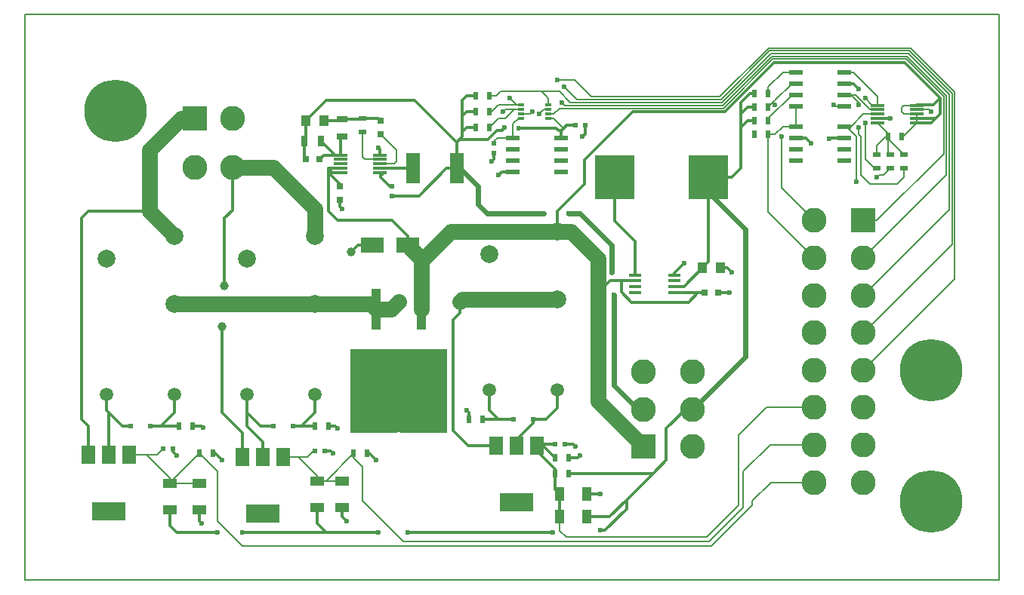
<source format=gbr>
%TF.GenerationSoftware,KiCad,Pcbnew,4.0.7-e2-6376~58~ubuntu16.04.1*%
%TF.CreationDate,2018-07-21T13:50:59-02:30*%
%TF.ProjectId,Battery_Shield,426174746572795F536869656C642E6B,rev?*%
%TF.FileFunction,Copper,L1,Top,Signal*%
%FSLAX46Y46*%
G04 Gerber Fmt 4.6, Leading zero omitted, Abs format (unit mm)*
G04 Created by KiCad (PCBNEW 4.0.7-e2-6376~58~ubuntu16.04.1) date Sat Jul 21 13:50:59 2018*
%MOMM*%
%LPD*%
G01*
G04 APERTURE LIST*
%ADD10C,0.100000*%
%ADD11C,0.150000*%
%ADD12R,0.600000X0.500000*%
%ADD13R,0.500000X0.600000*%
%ADD14R,0.750000X0.800000*%
%ADD15R,0.800000X0.750000*%
%ADD16R,1.000000X1.250000*%
%ADD17R,0.500000X0.500000*%
%ADD18R,2.500000X1.800000*%
%ADD19R,1.600000X1.000000*%
%ADD20R,1.000000X1.600000*%
%ADD21R,2.800000X2.800000*%
%ADD22C,2.800000*%
%ADD23C,1.520000*%
%ADD24C,2.000000*%
%ADD25R,1.600000X3.500000*%
%ADD26R,4.500000X5.000000*%
%ADD27R,3.800000X2.000000*%
%ADD28R,1.500000X2.000000*%
%ADD29R,0.500000X0.900000*%
%ADD30R,1.100000X4.600000*%
%ADD31R,10.800000X9.400000*%
%ADD32R,5.250000X4.550000*%
%ADD33R,0.900000X0.500000*%
%ADD34R,1.300000X0.700000*%
%ADD35R,0.700000X1.300000*%
%ADD36R,1.600000X0.300000*%
%ADD37R,1.550000X0.600000*%
%ADD38R,0.800000X0.300000*%
%ADD39R,1.400000X0.400000*%
%ADD40C,7.000000*%
%ADD41C,0.800000*%
%ADD42C,0.600000*%
%ADD43C,1.000000*%
%ADD44C,0.350000*%
%ADD45C,1.800000*%
%ADD46C,0.600000*%
G04 APERTURE END LIST*
D10*
D11*
X228600000Y-66040000D02*
X119380000Y-66040000D01*
X228600000Y-129540000D02*
X228600000Y-66040000D01*
X119380000Y-129540000D02*
X228600000Y-129540000D01*
X119380000Y-66040000D02*
X119380000Y-129540000D01*
D12*
X182160000Y-78486000D03*
X181060000Y-78486000D03*
D13*
X171958000Y-80476000D03*
X171958000Y-81576000D03*
D12*
X134832000Y-114808000D03*
X135932000Y-114808000D03*
X178774000Y-114300000D03*
X179874000Y-114300000D03*
X151850000Y-115062000D03*
X152950000Y-115062000D03*
D14*
X154686000Y-85356000D03*
X154686000Y-86856000D03*
X159258000Y-77990000D03*
X159258000Y-79490000D03*
D13*
X160528000Y-85302000D03*
X160528000Y-86402000D03*
D15*
X152388000Y-82296000D03*
X150888000Y-82296000D03*
D16*
X150892000Y-77978000D03*
X152892000Y-77978000D03*
D15*
X197092000Y-97282000D03*
X195592000Y-97282000D03*
D16*
X195342000Y-94488000D03*
X197342000Y-94488000D03*
D17*
X131234000Y-112268000D03*
X133434000Y-112268000D03*
X147236000Y-112268000D03*
X149436000Y-112268000D03*
X176360000Y-111506000D03*
X174160000Y-111506000D03*
D18*
X162274000Y-91948000D03*
X158274000Y-91948000D03*
D19*
X135636000Y-121642000D03*
X135636000Y-118642000D03*
X138938000Y-118642000D03*
X138938000Y-121642000D03*
D20*
X182348000Y-122428000D03*
X179348000Y-122428000D03*
X179348000Y-119888000D03*
X182348000Y-119888000D03*
D19*
X152146000Y-121388000D03*
X152146000Y-118388000D03*
X154940000Y-118388000D03*
X154940000Y-121388000D03*
D21*
X138430000Y-77724000D03*
D22*
X142630000Y-77724000D03*
X138430000Y-83224000D03*
X142630000Y-83224000D03*
D21*
X188722000Y-114554000D03*
D22*
X188722000Y-110354000D03*
X188722000Y-106154000D03*
X194222000Y-114554000D03*
X194222000Y-110354000D03*
X194222000Y-106154000D03*
D21*
X213360000Y-89154000D03*
D22*
X213360000Y-93354000D03*
X213360000Y-97554000D03*
X213360000Y-101754000D03*
X213360000Y-105954000D03*
X213360000Y-110154000D03*
X213360000Y-114354000D03*
X213360000Y-118554000D03*
X207860000Y-89154000D03*
X207860000Y-93354000D03*
X207860000Y-97554000D03*
X207860000Y-101754000D03*
X207860000Y-105954000D03*
X207860000Y-110154000D03*
X207860000Y-114354000D03*
X207860000Y-118554000D03*
D23*
X136144000Y-108712000D03*
D24*
X136144000Y-98552000D03*
X136144000Y-90932000D03*
X128524000Y-93472000D03*
D23*
X128524000Y-108712000D03*
X151892000Y-108712000D03*
D24*
X151892000Y-98552000D03*
X151892000Y-90932000D03*
X144272000Y-93472000D03*
D23*
X144272000Y-108712000D03*
X179070000Y-108204000D03*
D24*
X179070000Y-98044000D03*
X179070000Y-90424000D03*
X171450000Y-92964000D03*
D23*
X171450000Y-108204000D03*
D25*
X167794000Y-83312000D03*
X162914000Y-83312000D03*
D26*
X185504000Y-84328000D03*
X196004000Y-84328000D03*
D27*
X128778000Y-121768000D03*
D28*
X128778000Y-115468000D03*
X126478000Y-115468000D03*
X131078000Y-115468000D03*
D27*
X146050000Y-122022000D03*
D28*
X146050000Y-115722000D03*
X143750000Y-115722000D03*
X148350000Y-115722000D03*
D27*
X174498000Y-120752000D03*
D28*
X174498000Y-114452000D03*
X172198000Y-114452000D03*
X176798000Y-114452000D03*
D29*
X138950000Y-115316000D03*
X140450000Y-115316000D03*
X156222000Y-115316000D03*
X157722000Y-115316000D03*
X136664000Y-112268000D03*
X138164000Y-112268000D03*
X151904000Y-112268000D03*
X153404000Y-112268000D03*
X178828000Y-117602000D03*
X180328000Y-117602000D03*
D30*
X163830000Y-99127000D03*
X158750000Y-99127000D03*
D31*
X161290000Y-108277000D03*
D32*
X158515000Y-110702000D03*
X164065000Y-105852000D03*
X164065000Y-110702000D03*
X158515000Y-105852000D03*
D29*
X170676000Y-111506000D03*
X169176000Y-111506000D03*
X180328000Y-115824000D03*
X178828000Y-115824000D03*
X216166000Y-79756000D03*
X217666000Y-79756000D03*
D33*
X214884000Y-81800000D03*
X214884000Y-83300000D03*
X217932000Y-81800000D03*
X217932000Y-83300000D03*
X216408000Y-81800000D03*
X216408000Y-83300000D03*
D29*
X201180000Y-74930000D03*
X202680000Y-74930000D03*
X201180000Y-77978000D03*
X202680000Y-77978000D03*
X201180000Y-79502000D03*
X202680000Y-79502000D03*
X201180000Y-76454000D03*
X202680000Y-76454000D03*
X169938000Y-76962000D03*
X171438000Y-76962000D03*
X169938000Y-78740000D03*
X171438000Y-78740000D03*
X169938000Y-75184000D03*
X171438000Y-75184000D03*
D33*
X157226000Y-79236000D03*
X157226000Y-77736000D03*
D34*
X154940000Y-79690000D03*
X154940000Y-77790000D03*
D35*
X150688000Y-80264000D03*
X152588000Y-80264000D03*
D36*
X219370000Y-78216000D03*
X219370000Y-77716000D03*
X219370000Y-77216000D03*
X219370000Y-76716000D03*
X219370000Y-76216000D03*
X214970000Y-76216000D03*
X214970000Y-76716000D03*
X214970000Y-77216000D03*
X214970000Y-77716000D03*
X214970000Y-78216000D03*
D37*
X205834000Y-72517000D03*
X205834000Y-73787000D03*
X205834000Y-75057000D03*
X205834000Y-76327000D03*
X211234000Y-76327000D03*
X211234000Y-75057000D03*
X211234000Y-73787000D03*
X211234000Y-72517000D03*
X205834000Y-78613000D03*
X205834000Y-79883000D03*
X205834000Y-81153000D03*
X205834000Y-82423000D03*
X211234000Y-82423000D03*
X211234000Y-81153000D03*
X211234000Y-79883000D03*
X211234000Y-78613000D03*
D38*
X174980000Y-76212000D03*
X174980000Y-76712000D03*
X174980000Y-77212000D03*
X174980000Y-77712000D03*
X178080000Y-77712000D03*
X178080000Y-77212000D03*
X178080000Y-76712000D03*
X178080000Y-76212000D03*
D37*
X174084000Y-79883000D03*
X174084000Y-81153000D03*
X174084000Y-82423000D03*
X174084000Y-83693000D03*
X179484000Y-83693000D03*
X179484000Y-82423000D03*
X179484000Y-81153000D03*
X179484000Y-79883000D03*
D36*
X159172000Y-83804000D03*
X159172000Y-83304000D03*
X159172000Y-82804000D03*
X159172000Y-82304000D03*
X159172000Y-81804000D03*
X154772000Y-81804000D03*
X154772000Y-82304000D03*
X154772000Y-82804000D03*
X154772000Y-83304000D03*
X154772000Y-83804000D03*
D39*
X187792000Y-95291000D03*
X187792000Y-95941000D03*
X187792000Y-96591000D03*
X187792000Y-97241000D03*
X192192000Y-97241000D03*
X192192000Y-96591000D03*
X192192000Y-95941000D03*
X192192000Y-95291000D03*
D40*
X220980000Y-120747690D03*
D41*
X223605000Y-120747690D03*
X222836155Y-122603845D03*
X220980000Y-123372690D03*
X219123845Y-122603845D03*
X218355000Y-120747690D03*
X219123845Y-118891535D03*
X220980000Y-118122690D03*
X222836155Y-118891535D03*
D40*
X220980000Y-105996155D03*
D41*
X223605000Y-105996155D03*
X222836155Y-107852310D03*
X220980000Y-108621155D03*
X219123845Y-107852310D03*
X218355000Y-105996155D03*
X219123845Y-104140000D03*
X220980000Y-103371155D03*
X222836155Y-104140000D03*
D40*
X129540000Y-76883845D03*
D41*
X132165000Y-76883845D03*
X131396155Y-78740000D03*
X129540000Y-79508845D03*
X127683845Y-78740000D03*
X126915000Y-76883845D03*
X127683845Y-75027690D03*
X129540000Y-74258845D03*
X131396155Y-75027690D03*
D42*
X139325000Y-112425000D03*
X207518000Y-80518000D03*
X210058000Y-76200000D03*
X183896000Y-119888000D03*
X181102000Y-114554000D03*
X181610000Y-115570000D03*
X168910000Y-110490000D03*
X154432000Y-112522000D03*
X158750000Y-116078000D03*
X153924000Y-115316000D03*
X155448000Y-122936000D03*
X139192000Y-123190000D03*
X141478000Y-116078000D03*
X136398000Y-115570000D03*
X216408000Y-77724000D03*
X193294000Y-93980000D03*
X198628000Y-94996000D03*
X198374000Y-97282000D03*
X209550000Y-80010000D03*
X220980000Y-76962000D03*
X212852000Y-74422000D03*
X177038000Y-77216000D03*
X181864000Y-79756000D03*
X172466000Y-84074000D03*
X171704000Y-82550000D03*
X154940000Y-87884000D03*
X159004000Y-81026000D03*
D43*
X155956000Y-92710000D03*
D42*
X143764000Y-124206000D03*
X140970000Y-124206000D03*
X183896000Y-123952000D03*
X178562000Y-124206000D03*
X162306000Y-124206000D03*
X159004000Y-124206000D03*
D43*
X141478000Y-101092000D03*
X141732000Y-96520000D03*
D42*
X173168000Y-78734000D03*
X174718000Y-78759000D03*
X177546000Y-88392000D03*
X180340000Y-88392000D03*
X185166000Y-94996000D03*
X185420000Y-97536000D03*
X203454000Y-76200000D03*
X204216000Y-79756000D03*
X179070000Y-73406000D03*
X172974000Y-76962000D03*
X179578000Y-75946000D03*
X176276000Y-76962000D03*
X179832000Y-74168000D03*
X173736000Y-75438000D03*
D43*
X168148000Y-98298000D03*
X161290000Y-98298000D03*
D42*
X213614000Y-78232000D03*
X213614000Y-75438000D03*
X212852000Y-76200000D03*
X212852000Y-78740000D03*
X212598000Y-84836000D03*
X214884000Y-84328000D03*
D44*
X138164000Y-112268000D02*
X139168000Y-112268000D01*
X139168000Y-112268000D02*
X139325000Y-112425000D01*
X205834000Y-79883000D02*
X206883000Y-79883000D01*
X206883000Y-79883000D02*
X207518000Y-80518000D01*
D11*
X211234000Y-76327000D02*
X210185000Y-76327000D01*
X210185000Y-76327000D02*
X210058000Y-76200000D01*
D44*
X182348000Y-119888000D02*
X183896000Y-119888000D01*
X179874000Y-114300000D02*
X180848000Y-114300000D01*
X180848000Y-114300000D02*
X181102000Y-114554000D01*
X180328000Y-115824000D02*
X181356000Y-115824000D01*
X181356000Y-115824000D02*
X181610000Y-115570000D01*
X169176000Y-111506000D02*
X169176000Y-110756000D01*
X169176000Y-110756000D02*
X168910000Y-110490000D01*
X153404000Y-112268000D02*
X154178000Y-112268000D01*
X154178000Y-112268000D02*
X154432000Y-112522000D01*
X157722000Y-115316000D02*
X157988000Y-115316000D01*
X157988000Y-115316000D02*
X158750000Y-116078000D01*
X152950000Y-115062000D02*
X153670000Y-115062000D01*
X153670000Y-115062000D02*
X153924000Y-115316000D01*
X154940000Y-121388000D02*
X154940000Y-122428000D01*
X154940000Y-122428000D02*
X155448000Y-122936000D01*
X138938000Y-121642000D02*
X138938000Y-122936000D01*
X138938000Y-122936000D02*
X139192000Y-123190000D01*
X140450000Y-115316000D02*
X140716000Y-115316000D01*
X140716000Y-115316000D02*
X141478000Y-116078000D01*
X135932000Y-114808000D02*
X135932000Y-115104000D01*
X135932000Y-115104000D02*
X136398000Y-115570000D01*
X214970000Y-77716000D02*
X216400000Y-77716000D01*
X216400000Y-77716000D02*
X216408000Y-77724000D01*
X192192000Y-95291000D02*
X192192000Y-95082000D01*
X192192000Y-95082000D02*
X193294000Y-93980000D01*
X197342000Y-94488000D02*
X198120000Y-94488000D01*
X198120000Y-94488000D02*
X198628000Y-94996000D01*
X197092000Y-97282000D02*
X198374000Y-97282000D01*
X211234000Y-79883000D02*
X209677000Y-79883000D01*
X209677000Y-79883000D02*
X209550000Y-80010000D01*
D11*
X219370000Y-76716000D02*
X220734000Y-76716000D01*
X220734000Y-76716000D02*
X220980000Y-76962000D01*
D44*
X211234000Y-73787000D02*
X212217000Y-73787000D01*
X212217000Y-73787000D02*
X212852000Y-74422000D01*
D11*
X178080000Y-76712000D02*
X177542000Y-76712000D01*
X177542000Y-76712000D02*
X177038000Y-77216000D01*
D44*
X182160000Y-78486000D02*
X182160000Y-79460000D01*
X182160000Y-79460000D02*
X181864000Y-79756000D01*
X174084000Y-83693000D02*
X172847000Y-83693000D01*
X172847000Y-83693000D02*
X172466000Y-84074000D01*
X171958000Y-81576000D02*
X171958000Y-82296000D01*
X171958000Y-82296000D02*
X171704000Y-82550000D01*
X154686000Y-86856000D02*
X154686000Y-87630000D01*
X154686000Y-87630000D02*
X154940000Y-87884000D01*
X159172000Y-81804000D02*
X159172000Y-81194000D01*
X159172000Y-81194000D02*
X159004000Y-81026000D01*
X158274000Y-91948000D02*
X156718000Y-91948000D01*
X156718000Y-91948000D02*
X155956000Y-92710000D01*
D11*
X181610000Y-124714000D02*
X195834000Y-124714000D01*
X195834000Y-124714000D02*
X199390000Y-121158000D01*
X199390000Y-121158000D02*
X199390000Y-113284000D01*
X199390000Y-113284000D02*
X202520000Y-110154000D01*
X202520000Y-110154000D02*
X207860000Y-110154000D01*
X179348000Y-122428000D02*
X179348000Y-123976000D01*
X179348000Y-123976000D02*
X180086000Y-124714000D01*
X180086000Y-124714000D02*
X181610000Y-124714000D01*
D44*
X179348000Y-119888000D02*
X179348000Y-122428000D01*
X178828000Y-117602000D02*
X178828000Y-119368000D01*
X178828000Y-119368000D02*
X179348000Y-119888000D01*
X176798000Y-114452000D02*
X176798000Y-115076000D01*
X176798000Y-115076000D02*
X178828000Y-117106000D01*
X178828000Y-117106000D02*
X178828000Y-117602000D01*
X176798000Y-114452000D02*
X177456000Y-114452000D01*
X177456000Y-114452000D02*
X178828000Y-115824000D01*
X176798000Y-114452000D02*
X177140000Y-114452000D01*
X177140000Y-114452000D02*
X177292000Y-114300000D01*
X177292000Y-114300000D02*
X178774000Y-114300000D01*
X187390998Y-98325000D02*
X193799000Y-98325000D01*
X193799000Y-98325000D02*
X194842000Y-97282000D01*
X194842000Y-97282000D02*
X195592000Y-97282000D01*
X186250000Y-95941000D02*
X184983000Y-95941000D01*
X187792000Y-95941000D02*
X186250000Y-95941000D01*
X186250000Y-95941000D02*
X186250000Y-97184002D01*
X186250000Y-97184002D02*
X187390998Y-98325000D01*
X217992033Y-71434033D02*
X221996000Y-75438000D01*
X203390965Y-71434033D02*
X217992033Y-71434033D01*
X197865943Y-76959055D02*
X203390965Y-71434033D01*
X187530761Y-76959055D02*
X197865943Y-76959055D01*
X182118000Y-82371816D02*
X187530761Y-76959055D01*
X179070000Y-88138000D02*
X182118000Y-85090000D01*
X179070000Y-90424000D02*
X179070000Y-88138000D01*
X182118000Y-85090000D02*
X182118000Y-82371816D01*
X221996000Y-75438000D02*
X221234000Y-76200000D01*
X221234000Y-76200000D02*
X219386000Y-76200000D01*
X219386000Y-76200000D02*
X219370000Y-76216000D01*
X221996000Y-76216000D02*
X221996000Y-76200000D01*
X219370000Y-77716000D02*
X221496000Y-77716000D01*
X221496000Y-77716000D02*
X221488000Y-77724000D01*
X221996000Y-76962000D02*
X221996000Y-77216000D01*
X221996000Y-77216000D02*
X221488000Y-77724000D01*
X221488000Y-77724000D02*
X220996000Y-78216000D01*
X220996000Y-78216000D02*
X219370000Y-78216000D01*
X221996000Y-75438000D02*
X221996000Y-76200000D01*
X221996000Y-76200000D02*
X221996000Y-76962000D01*
D11*
X219370000Y-77216000D02*
X217932000Y-77216000D01*
X217932000Y-77216000D02*
X217678000Y-76962000D01*
X217678000Y-76962000D02*
X217678000Y-76454000D01*
X217678000Y-76454000D02*
X217916000Y-76216000D01*
X217916000Y-76216000D02*
X219370000Y-76216000D01*
X219370000Y-77716000D02*
X219370000Y-77216000D01*
X219370000Y-78216000D02*
X219370000Y-77716000D01*
X217666000Y-79756000D02*
X217830000Y-79756000D01*
X217830000Y-79756000D02*
X219370000Y-78216000D01*
D44*
X153670000Y-83304000D02*
X153670000Y-83566000D01*
X154686000Y-85356000D02*
X154686000Y-85090000D01*
X154686000Y-85090000D02*
X153670000Y-84074000D01*
X153416000Y-84074000D02*
X153416000Y-83312000D01*
X153416000Y-83312000D02*
X153424000Y-83304000D01*
X153424000Y-83304000D02*
X153670000Y-83304000D01*
X153670000Y-83304000D02*
X154772000Y-83304000D01*
X162274000Y-91948000D02*
X162274000Y-90900000D01*
X162274000Y-90900000D02*
X160528000Y-89154000D01*
X160528000Y-89154000D02*
X154432000Y-89154000D01*
X154432000Y-89154000D02*
X153416000Y-88138000D01*
X153416000Y-88138000D02*
X153416000Y-84074000D01*
X153416000Y-84074000D02*
X153686000Y-83804000D01*
X153686000Y-83804000D02*
X154772000Y-83804000D01*
X184983000Y-95941000D02*
X183642000Y-97282000D01*
X195592000Y-97282000D02*
X192233000Y-97282000D01*
X192233000Y-97282000D02*
X192192000Y-97241000D01*
D45*
X179070000Y-90424000D02*
X180594000Y-90424000D01*
X180594000Y-90424000D02*
X183642000Y-93472000D01*
X183642000Y-93472000D02*
X183642000Y-97282000D01*
X183642000Y-97282000D02*
X183642000Y-109474000D01*
X183642000Y-109474000D02*
X188722000Y-114554000D01*
X163830000Y-93980000D02*
X163830000Y-93726000D01*
X163830000Y-93726000D02*
X167132000Y-90424000D01*
X167132000Y-90424000D02*
X179070000Y-90424000D01*
X163830000Y-99127000D02*
X163830000Y-93980000D01*
X163830000Y-93980000D02*
X163830000Y-93504000D01*
X163830000Y-93504000D02*
X162274000Y-91948000D01*
D44*
X157226000Y-77736000D02*
X159004000Y-77736000D01*
X159004000Y-77736000D02*
X159258000Y-77990000D01*
X154940000Y-77790000D02*
X157172000Y-77790000D01*
X157172000Y-77790000D02*
X157226000Y-77736000D01*
X152892000Y-77978000D02*
X154752000Y-77978000D01*
X154752000Y-77978000D02*
X154940000Y-77790000D01*
D11*
X154874000Y-77724000D02*
X154940000Y-77790000D01*
X159172000Y-82804000D02*
X160782000Y-82804000D01*
X160782000Y-82804000D02*
X161036000Y-82550000D01*
X161036000Y-82550000D02*
X161036000Y-81268000D01*
X161036000Y-81268000D02*
X159258000Y-79490000D01*
X159172000Y-83804000D02*
X159242000Y-83804000D01*
X159242000Y-83804000D02*
X159512000Y-84074000D01*
X159258000Y-84074000D02*
X159512000Y-84074000D01*
X159172000Y-83804000D02*
X159172000Y-83988000D01*
X159172000Y-83988000D02*
X159258000Y-84074000D01*
X159172000Y-83804000D02*
X159172000Y-83988000D01*
X159172000Y-83988000D02*
X159258000Y-84074000D01*
D44*
X160528000Y-85302000D02*
X160232000Y-85302000D01*
X160232000Y-85302000D02*
X159258000Y-84328000D01*
X159258000Y-84328000D02*
X159258000Y-84074000D01*
X154772000Y-81804000D02*
X154772000Y-79858000D01*
X154772000Y-79858000D02*
X154940000Y-79690000D01*
X154772000Y-81804000D02*
X154128000Y-81804000D01*
X154128000Y-81804000D02*
X152588000Y-80264000D01*
X154772000Y-81804000D02*
X152880000Y-81804000D01*
X152880000Y-81804000D02*
X152388000Y-82296000D01*
X153416000Y-124206000D02*
X153162000Y-124206000D01*
X153162000Y-124206000D02*
X152146000Y-123190000D01*
X152146000Y-123190000D02*
X152146000Y-121388000D01*
X152146000Y-124206000D02*
X143764000Y-124206000D01*
X140970000Y-124206000D02*
X136398000Y-124206000D01*
X136398000Y-124206000D02*
X135636000Y-123444000D01*
X135636000Y-123444000D02*
X135636000Y-121642000D01*
X186817000Y-120523000D02*
X186817000Y-121539000D01*
X186817000Y-121539000D02*
X184404000Y-123952000D01*
X184404000Y-123952000D02*
X183896000Y-123952000D01*
X178562000Y-124206000D02*
X162306000Y-124206000D01*
X159004000Y-124206000D02*
X153416000Y-124206000D01*
X153416000Y-124206000D02*
X152146000Y-124206000D01*
X189865000Y-117475000D02*
X186817000Y-120523000D01*
X186817000Y-120523000D02*
X184912000Y-122428000D01*
X184912000Y-122428000D02*
X182348000Y-122428000D01*
X194222000Y-110354000D02*
X193430000Y-110354000D01*
X193430000Y-110354000D02*
X191262000Y-112522000D01*
X191262000Y-112522000D02*
X191262000Y-116078000D01*
X191262000Y-116078000D02*
X189865000Y-117475000D01*
X189865000Y-117475000D02*
X189738000Y-117602000D01*
X189738000Y-117602000D02*
X180328000Y-117602000D01*
D46*
X196004000Y-84328000D02*
X196004000Y-86022000D01*
X196004000Y-86022000D02*
X200152000Y-90170000D01*
X200152000Y-90170000D02*
X200152000Y-104424000D01*
X200152000Y-104424000D02*
X194222000Y-110354000D01*
D44*
X200660000Y-74930000D02*
X201180000Y-74930000D01*
X199644000Y-78740000D02*
X200406000Y-77978000D01*
X200406000Y-77978000D02*
X201180000Y-77978000D01*
X199644000Y-77470000D02*
X199644000Y-77216000D01*
X199644000Y-77216000D02*
X200406000Y-76454000D01*
X200406000Y-76454000D02*
X201180000Y-76454000D01*
X196004000Y-84328000D02*
X198628000Y-84328000D01*
X198628000Y-84328000D02*
X199644000Y-83312000D01*
X199644000Y-83312000D02*
X199644000Y-78740000D01*
X199644000Y-78740000D02*
X199644000Y-77470000D01*
X199644000Y-77470000D02*
X199644000Y-75946000D01*
X199644000Y-75946000D02*
X200660000Y-74930000D01*
X192192000Y-96591000D02*
X193239000Y-96591000D01*
X193239000Y-96591000D02*
X195342000Y-94488000D01*
X196004000Y-84328000D02*
X196004000Y-93826000D01*
X196004000Y-93826000D02*
X195342000Y-94488000D01*
X128778000Y-115468000D02*
X128778000Y-110744000D01*
X128778000Y-110744000D02*
X128524000Y-110490000D01*
X128524000Y-108712000D02*
X128524000Y-110490000D01*
X128524000Y-110490000D02*
X130302000Y-112268000D01*
X130302000Y-112268000D02*
X131234000Y-112268000D01*
X136664000Y-112268000D02*
X134366000Y-112268000D01*
X133434000Y-112268000D02*
X134366000Y-112268000D01*
X134366000Y-112268000D02*
X134620000Y-112268000D01*
X134620000Y-112268000D02*
X136144000Y-110744000D01*
X136144000Y-110744000D02*
X136144000Y-108712000D01*
X144272000Y-110744000D02*
X144272000Y-112268000D01*
X144272000Y-112268000D02*
X146050000Y-114046000D01*
X146050000Y-114046000D02*
X146050000Y-115722000D01*
X144272000Y-108712000D02*
X144272000Y-110744000D01*
X144272000Y-110744000D02*
X145796000Y-112268000D01*
X145796000Y-112268000D02*
X147236000Y-112268000D01*
X151904000Y-112268000D02*
X149436000Y-112268000D01*
X149436000Y-112268000D02*
X150368000Y-112268000D01*
X150368000Y-112268000D02*
X151892000Y-110744000D01*
X151892000Y-110744000D02*
X151892000Y-108712000D01*
X174498000Y-114452000D02*
X174498000Y-113792000D01*
X174498000Y-113792000D02*
X176360000Y-111930000D01*
X176360000Y-111930000D02*
X176360000Y-111506000D01*
X176360000Y-111506000D02*
X177800000Y-111506000D01*
X177800000Y-111506000D02*
X179070000Y-110236000D01*
X179070000Y-110236000D02*
X179070000Y-108204000D01*
X172466000Y-111506000D02*
X170676000Y-111506000D01*
X173736000Y-111506000D02*
X174160000Y-111506000D01*
X171450000Y-108204000D02*
X171450000Y-110490000D01*
X171450000Y-110490000D02*
X172466000Y-111506000D01*
X172466000Y-111506000D02*
X173736000Y-111506000D01*
X126478000Y-115468000D02*
X126478000Y-112254000D01*
X126478000Y-112254000D02*
X125730000Y-111506000D01*
X125730000Y-111506000D02*
X125730000Y-88900000D01*
X125730000Y-88900000D02*
X126492000Y-88138000D01*
X126492000Y-88138000D02*
X133350000Y-88138000D01*
D45*
X138430000Y-77724000D02*
X136906000Y-77724000D01*
X136906000Y-77724000D02*
X133350000Y-81280000D01*
X133350000Y-81280000D02*
X133350000Y-88138000D01*
X133350000Y-88138000D02*
X136144000Y-90932000D01*
D44*
X143750000Y-115722000D02*
X143750000Y-113016000D01*
X143750000Y-113016000D02*
X141478000Y-110744000D01*
X141478000Y-110744000D02*
X141478000Y-101092000D01*
X141732000Y-96520000D02*
X141732000Y-88900000D01*
X141732000Y-88900000D02*
X142630000Y-88002000D01*
X142630000Y-88002000D02*
X142630000Y-83224000D01*
D45*
X142630000Y-83224000D02*
X147232000Y-83224000D01*
X147232000Y-83224000D02*
X151892000Y-87884000D01*
X151892000Y-87884000D02*
X151892000Y-90932000D01*
D44*
X171293000Y-80059000D02*
X168099000Y-80059000D01*
X168099000Y-80059000D02*
X167794000Y-80364000D01*
X173168000Y-78734000D02*
X172868001Y-79033999D01*
X172868001Y-79033999D02*
X172318001Y-79033999D01*
X172318001Y-79033999D02*
X171293000Y-80059000D01*
X179197000Y-79088000D02*
X178868000Y-78759000D01*
X178868000Y-78759000D02*
X174718000Y-78759000D01*
X179484000Y-79088000D02*
X179197000Y-79088000D01*
X179484000Y-79088000D02*
X179797000Y-78775000D01*
X179797000Y-78775000D02*
X180086000Y-78486000D01*
D11*
X179693000Y-78775000D02*
X179797000Y-78775000D01*
X178080000Y-77712000D02*
X178630000Y-77712000D01*
X178630000Y-77712000D02*
X179693000Y-78775000D01*
D46*
X167794000Y-83312000D02*
X168148000Y-83312000D01*
X168148000Y-83312000D02*
X170180000Y-85344000D01*
X170180000Y-85344000D02*
X170180000Y-87376000D01*
X170180000Y-87376000D02*
X171196000Y-88392000D01*
X171196000Y-88392000D02*
X177546000Y-88392000D01*
X180340000Y-88392000D02*
X181610000Y-88392000D01*
X181610000Y-88392000D02*
X185166000Y-91948000D01*
X185166000Y-91948000D02*
X185166000Y-94996000D01*
X185420000Y-97536000D02*
X185420000Y-107696000D01*
X185420000Y-107696000D02*
X188078000Y-110354000D01*
X188078000Y-110354000D02*
X188722000Y-110354000D01*
D44*
X150688000Y-80264000D02*
X150688000Y-82096000D01*
X150688000Y-82096000D02*
X150888000Y-82296000D01*
X150892000Y-77978000D02*
X150892000Y-80060000D01*
X150892000Y-80060000D02*
X150688000Y-80264000D01*
X167794000Y-83312000D02*
X167794000Y-80418000D01*
X167794000Y-80418000D02*
X163068000Y-75692000D01*
X163068000Y-75692000D02*
X153178000Y-75692000D01*
X153178000Y-75692000D02*
X150892000Y-77978000D01*
X168402000Y-77470000D02*
X168910000Y-76962000D01*
X168910000Y-76962000D02*
X169938000Y-76962000D01*
X168402000Y-79502000D02*
X168402000Y-79248000D01*
X168402000Y-79248000D02*
X168910000Y-78740000D01*
X168910000Y-78740000D02*
X169938000Y-78740000D01*
X167794000Y-83312000D02*
X167794000Y-80364000D01*
X167794000Y-80364000D02*
X168402000Y-79756000D01*
X168402000Y-79756000D02*
X168402000Y-79502000D01*
X168402000Y-79502000D02*
X168402000Y-77470000D01*
X168402000Y-77470000D02*
X168402000Y-76962000D01*
X168402000Y-76962000D02*
X168402000Y-75692000D01*
X168402000Y-75692000D02*
X168910000Y-75184000D01*
X168910000Y-75184000D02*
X169938000Y-75184000D01*
X179484000Y-79883000D02*
X179484000Y-79088000D01*
X180086000Y-78486000D02*
X181060000Y-78486000D01*
X160528000Y-86402000D02*
X163534000Y-86402000D01*
X163534000Y-86402000D02*
X166624000Y-83312000D01*
X166624000Y-83312000D02*
X167794000Y-83312000D01*
D11*
X150434000Y-80010000D02*
X150688000Y-80264000D01*
X140970000Y-117348000D02*
X140970000Y-122936000D01*
X140970000Y-122936000D02*
X143764000Y-125730000D01*
X143764000Y-125730000D02*
X196342000Y-125730000D01*
X196342000Y-125730000D02*
X200914000Y-121158000D01*
X200914000Y-121158000D02*
X200914000Y-120650000D01*
X200914000Y-120650000D02*
X203010000Y-118554000D01*
X203010000Y-118554000D02*
X207860000Y-118554000D01*
X138950000Y-115316000D02*
X138950000Y-115328000D01*
X138950000Y-115328000D02*
X140970000Y-117348000D01*
X135636000Y-118642000D02*
X135636000Y-118630000D01*
X135636000Y-118630000D02*
X138950000Y-115316000D01*
X135636000Y-118642000D02*
X138938000Y-118642000D01*
X131078000Y-115468000D02*
X132994000Y-115468000D01*
X132994000Y-115468000D02*
X135636000Y-118110000D01*
X135636000Y-118110000D02*
X135636000Y-118642000D01*
X131078000Y-115468000D02*
X134172000Y-115468000D01*
X134172000Y-115468000D02*
X134832000Y-114808000D01*
X157226000Y-116840000D02*
X157226000Y-120650000D01*
X157226000Y-120650000D02*
X161798000Y-125222000D01*
X161798000Y-125222000D02*
X196088000Y-125222000D01*
X196088000Y-125222000D02*
X199898000Y-121412000D01*
X199898000Y-121412000D02*
X199898000Y-117348000D01*
X199898000Y-117348000D02*
X202892000Y-114354000D01*
X202892000Y-114354000D02*
X207860000Y-114354000D01*
X156222000Y-115316000D02*
X156222000Y-115836000D01*
X156222000Y-115836000D02*
X157226000Y-116840000D01*
X152146000Y-118388000D02*
X153150000Y-118388000D01*
X153150000Y-118388000D02*
X156222000Y-115316000D01*
X152146000Y-118388000D02*
X154940000Y-118388000D01*
X148350000Y-115722000D02*
X150012000Y-115722000D01*
X150012000Y-115722000D02*
X152146000Y-117856000D01*
X152146000Y-117856000D02*
X152146000Y-118388000D01*
X148350000Y-115722000D02*
X151028000Y-115722000D01*
X151028000Y-115722000D02*
X151688000Y-115062000D01*
X151688000Y-115062000D02*
X151850000Y-115062000D01*
X202680000Y-81534000D02*
X202680000Y-88174000D01*
X202680000Y-88174000D02*
X207860000Y-93354000D01*
X205834000Y-76327000D02*
X205834000Y-78613000D01*
X202680000Y-79502000D02*
X202680000Y-81534000D01*
X202680000Y-81534000D02*
X202680000Y-81776000D01*
X202680000Y-81776000D02*
X202692000Y-81788000D01*
X202680000Y-79502000D02*
X203454000Y-79502000D01*
X203454000Y-79502000D02*
X204343000Y-78613000D01*
X204343000Y-78613000D02*
X205834000Y-78613000D01*
X204216000Y-81534000D02*
X204216000Y-85510000D01*
X204216000Y-85510000D02*
X207860000Y-89154000D01*
X203194000Y-75940000D02*
X203454000Y-76200000D01*
X204216000Y-79756000D02*
X204216000Y-81534000D01*
X205834000Y-73787000D02*
X205359000Y-73787000D01*
X205359000Y-73787000D02*
X203454000Y-75692000D01*
X203454000Y-75692000D02*
X203442000Y-75692000D01*
X203442000Y-75692000D02*
X203194000Y-75940000D01*
X203194000Y-75940000D02*
X202680000Y-76454000D01*
X179070000Y-73406000D02*
X180965000Y-73406000D01*
X180965000Y-73406000D02*
X182843000Y-75284000D01*
X182843000Y-75284000D02*
X197278182Y-75284000D01*
X218693000Y-69809000D02*
X223596051Y-74712051D01*
X223596051Y-74712051D02*
X223596051Y-91942227D01*
X223568000Y-91970278D02*
X223568000Y-95746000D01*
X197278182Y-75284000D02*
X202753182Y-69809000D01*
X202753182Y-69809000D02*
X218693000Y-69809000D01*
X223596051Y-91942227D02*
X223568000Y-91970278D01*
X223568000Y-95746000D02*
X213360000Y-105954000D01*
X174244000Y-76712000D02*
X173224000Y-76712000D01*
X173224000Y-76712000D02*
X172974000Y-76962000D01*
X174980000Y-76712000D02*
X174244000Y-76712000D01*
X174244000Y-76712000D02*
X174240000Y-76712000D01*
X174240000Y-76712000D02*
X173228000Y-77724000D01*
X173228000Y-77724000D02*
X172466000Y-77724000D01*
X174498000Y-76708000D02*
X174976000Y-76708000D01*
X174976000Y-76708000D02*
X174980000Y-76712000D01*
X171438000Y-78740000D02*
X171450000Y-78740000D01*
X171450000Y-78740000D02*
X172466000Y-77724000D01*
X218157721Y-71034022D02*
X222396008Y-75272310D01*
X214910000Y-89154000D02*
X213360000Y-89154000D01*
X222396008Y-81667992D02*
X214910000Y-89154000D01*
X179282956Y-76559044D02*
X197700253Y-76559044D01*
X178080000Y-77212000D02*
X178630000Y-77212000D01*
X178630000Y-77212000D02*
X179282956Y-76559044D01*
X197700253Y-76559044D02*
X203225275Y-71034022D01*
X203225275Y-71034022D02*
X218157721Y-71034022D01*
X222396008Y-75272310D02*
X222396008Y-81667992D01*
X222696019Y-75148043D02*
X222696019Y-84017981D01*
X218281988Y-70734011D02*
X222696019Y-75148043D01*
X203101007Y-70734011D02*
X218281988Y-70734011D01*
X222696019Y-84017981D02*
X214759999Y-91954001D01*
X197589019Y-76245999D02*
X203101007Y-70734011D01*
X179877999Y-76245999D02*
X197589019Y-76245999D01*
X214759999Y-91954001D02*
X213360000Y-93354000D01*
X179578000Y-75946000D02*
X179877999Y-76245999D01*
X174980000Y-77212000D02*
X176026000Y-77212000D01*
X176026000Y-77212000D02*
X176276000Y-76962000D01*
X197526718Y-75884022D02*
X202976739Y-70434000D01*
X222996030Y-87917970D02*
X214759999Y-96154001D01*
X218406254Y-70434000D02*
X222996030Y-75023775D01*
X180532022Y-75884022D02*
X197526718Y-75884022D01*
X179324000Y-74676000D02*
X180532022Y-75884022D01*
X202976739Y-70434000D02*
X218406254Y-70434000D01*
X177292000Y-74676000D02*
X179324000Y-74676000D01*
X222996030Y-75023775D02*
X222996030Y-87917970D01*
X214759999Y-96154001D02*
X213360000Y-97554000D01*
X171438000Y-75184000D02*
X172212000Y-75184000D01*
X172212000Y-75184000D02*
X172720000Y-74676000D01*
X172720000Y-74676000D02*
X177292000Y-74676000D01*
X177292000Y-74676000D02*
X177800000Y-75184000D01*
X178080000Y-76212000D02*
X178080000Y-75464000D01*
X178080000Y-75464000D02*
X177800000Y-75184000D01*
X181248011Y-75584011D02*
X197402450Y-75584011D01*
X214759999Y-100354001D02*
X213360000Y-101754000D01*
X223296041Y-74887042D02*
X223296041Y-91817959D01*
X179832000Y-74168000D02*
X181248011Y-75584011D01*
X223296041Y-91817959D02*
X214759999Y-100354001D01*
X218518000Y-70109000D02*
X223296041Y-74887042D01*
X197402450Y-75584011D02*
X202877461Y-70109000D01*
X202877461Y-70109000D02*
X218518000Y-70109000D01*
X174980000Y-76212000D02*
X174510000Y-76212000D01*
X174510000Y-76212000D02*
X173736000Y-75438000D01*
X171438000Y-76962000D02*
X171704000Y-76962000D01*
X171704000Y-76962000D02*
X172454000Y-76212000D01*
X172454000Y-76212000D02*
X174980000Y-76212000D01*
D44*
X187792000Y-95291000D02*
X187792000Y-91526000D01*
X187792000Y-91526000D02*
X185504000Y-89238000D01*
X185504000Y-89238000D02*
X185504000Y-84328000D01*
X168148000Y-98298000D02*
X168148000Y-99568000D01*
X168148000Y-99568000D02*
X167386000Y-100330000D01*
X167386000Y-100330000D02*
X167386000Y-112776000D01*
X167386000Y-112776000D02*
X169062000Y-114452000D01*
X169062000Y-114452000D02*
X172198000Y-114452000D01*
D45*
X179070000Y-98044000D02*
X168402000Y-98044000D01*
X168402000Y-98044000D02*
X168148000Y-98298000D01*
X161290000Y-98298000D02*
X160461000Y-99127000D01*
X160461000Y-99127000D02*
X158750000Y-99127000D01*
X151892000Y-98552000D02*
X158175000Y-98552000D01*
X158175000Y-98552000D02*
X158750000Y-99127000D01*
X136144000Y-98552000D02*
X151892000Y-98552000D01*
D11*
X216166000Y-79756000D02*
X216166000Y-80022000D01*
X216166000Y-80022000D02*
X217170000Y-81026000D01*
X217170000Y-81026000D02*
X217170000Y-81038000D01*
X217170000Y-81038000D02*
X217932000Y-81800000D01*
X216166000Y-79756000D02*
X216166000Y-81558000D01*
X216166000Y-81558000D02*
X216408000Y-81800000D01*
X216166000Y-79756000D02*
X215900000Y-79756000D01*
X215900000Y-79756000D02*
X214884000Y-80772000D01*
X214884000Y-80772000D02*
X214884000Y-81800000D01*
X216166000Y-79756000D02*
X216166000Y-79412000D01*
X216166000Y-79412000D02*
X214970000Y-78216000D01*
X214884000Y-83300000D02*
X214618000Y-83300000D01*
X214618000Y-83300000D02*
X213614000Y-82296000D01*
X213614000Y-82296000D02*
X213614000Y-78232000D01*
X213614000Y-75438000D02*
X214392000Y-76216000D01*
X214392000Y-76216000D02*
X214970000Y-76216000D01*
X214970000Y-76216000D02*
X214970000Y-75270000D01*
X214970000Y-75270000D02*
X212217000Y-72517000D01*
X212217000Y-72517000D02*
X211234000Y-72517000D01*
X212852000Y-78740000D02*
X212852000Y-79502000D01*
X212852000Y-79502000D02*
X213106000Y-79756000D01*
X213106000Y-79756000D02*
X213106000Y-84074000D01*
X213106000Y-84074000D02*
X214122000Y-85090000D01*
X211234000Y-75057000D02*
X211963000Y-75057000D01*
X211963000Y-75057000D02*
X212852000Y-75946000D01*
X212852000Y-75946000D02*
X212852000Y-76200000D01*
X214122000Y-85090000D02*
X217170000Y-85090000D01*
X217170000Y-85090000D02*
X217932000Y-84328000D01*
X217932000Y-84328000D02*
X217932000Y-83300000D01*
X214970000Y-76716000D02*
X214130000Y-76716000D01*
X214130000Y-76716000D02*
X212471000Y-75057000D01*
X212471000Y-75057000D02*
X211234000Y-75057000D01*
X211234000Y-78613000D02*
X211455000Y-78613000D01*
X211455000Y-78613000D02*
X212598000Y-79756000D01*
X212598000Y-79756000D02*
X212598000Y-84836000D01*
X214884000Y-84328000D02*
X215138000Y-84074000D01*
X215138000Y-84074000D02*
X215634000Y-84074000D01*
X215634000Y-84074000D02*
X216408000Y-83300000D01*
X214970000Y-77216000D02*
X213360000Y-77216000D01*
X213360000Y-77216000D02*
X211963000Y-78613000D01*
X211963000Y-78613000D02*
X211234000Y-78613000D01*
X205834000Y-72517000D02*
X204343000Y-72517000D01*
X204343000Y-72517000D02*
X202680000Y-74180000D01*
X202680000Y-74180000D02*
X202680000Y-74930000D01*
X202680000Y-77978000D02*
X202680000Y-77736000D01*
X202680000Y-77736000D02*
X205359000Y-75057000D01*
X205359000Y-75057000D02*
X205834000Y-75057000D01*
X159172000Y-82304000D02*
X157488000Y-82304000D01*
X157488000Y-82304000D02*
X157226000Y-82042000D01*
X157226000Y-82042000D02*
X157226000Y-79236000D01*
D44*
X162914000Y-83312000D02*
X159180000Y-83312000D01*
X159180000Y-83312000D02*
X159172000Y-83304000D01*
D11*
X174084000Y-79883000D02*
X174084000Y-78326000D01*
X174084000Y-78326000D02*
X174698000Y-77712000D01*
X174698000Y-77712000D02*
X174980000Y-77712000D01*
X171958000Y-80476000D02*
X171958000Y-80264000D01*
X171958000Y-80264000D02*
X172339000Y-79883000D01*
X172339000Y-79883000D02*
X174084000Y-79883000D01*
M02*

</source>
